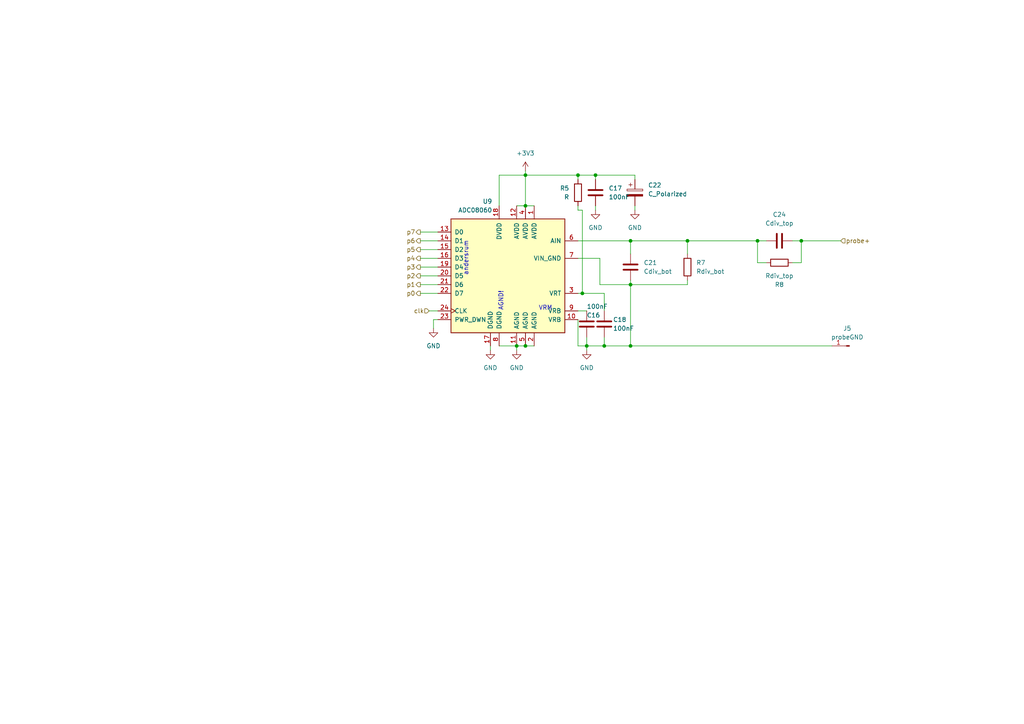
<source format=kicad_sch>
(kicad_sch (version 20211123) (generator eeschema)
  (paper "A4")
  (lib_symbols
    (symbol "Analog_ADC:ADC08060" (pin_names (offset 1.016))
      (property "Reference" "U" (at -16.51 17.78 0))
      (property "Value" "ADC08060" (at 8.89 17.78 0))
      (symbol "ADC08060_0_1"
        (rectangle (start -16.51 16.51) (end 16.51 -16.51) (stroke (width 0.254)) (fill (type background)))
      )
      (symbol "ADC08060_1_1"
        (pin power_in line (at -7.62 20.32 270) (length 3.81) (name "AVDD") (number "1"))
        (pin input line (at -20.32 -12.7 0) (length 3.81) (name "VRB") (number "10"))
        (pin power_in line (at -2.54 -20.32 90) (length 3.81) (name "AGND") (number "11"))
        (pin power_in line (at -2.54 20.32 270) (length 3.81) (name "AVDD") (number "12"))
        (pin tri_state line (at 20.32 12.7 180) (length 3.81) (name "D0") (number "13"))
        (pin tri_state line (at 20.32 10.16 180) (length 3.81) (name "D1") (number "14"))
        (pin tri_state line (at 20.32 7.62 180) (length 3.81) (name "D2") (number "15"))
        (pin tri_state line (at 20.32 5.08 180) (length 3.81) (name "D3") (number "16"))
        (pin power_in line (at 5.08 -20.32 90) (length 3.81) (name "DGND") (number "17"))
        (pin power_in line (at 2.54 20.32 270) (length 3.81) (name "DVDD") (number "18"))
        (pin tri_state line (at 20.32 2.54 180) (length 3.81) (name "D4") (number "19"))
        (pin power_in line (at -7.62 -20.32 90) (length 3.81) (name "AGND") (number "2"))
        (pin tri_state line (at 20.32 0 180) (length 3.81) (name "D5") (number "20"))
        (pin tri_state line (at 20.32 -2.54 180) (length 3.81) (name "D6") (number "21"))
        (pin tri_state line (at 20.32 -5.08 180) (length 3.81) (name "D7") (number "22"))
        (pin input line (at 20.32 -12.7 180) (length 3.81) (name "PWR_DWN") (number "23"))
        (pin input clock (at 20.32 -10.16 180) (length 3.81) (name "CLK") (number "24"))
        (pin input line (at -20.32 -5.08 0) (length 3.81) (name "VRT") (number "3"))
        (pin power_in line (at -5.08 20.32 270) (length 3.81) (name "AVDD") (number "4"))
        (pin power_in line (at -5.08 -20.32 90) (length 3.81) (name "AGND") (number "5"))
        (pin input line (at -20.32 10.16 0) (length 3.81) (name "AIN") (number "6"))
        (pin input line (at -20.32 5.08 0) (length 3.81) (name "VIN_GND") (number "7"))
        (pin power_in line (at 2.54 -20.32 90) (length 3.81) (name "DGND") (number "8"))
        (pin input line (at -20.32 -10.16 0) (length 3.81) (name "VRB") (number "9"))
      )
    )
    (symbol "Connector:Conn_01x01_Male" (pin_names (offset 1.016) hide)
      (property "Reference" "J" (at 0 2.54 0))
      (property "Value" "Conn_01x01_Male" (at 0 -2.54 0))
      (symbol "Conn_01x01_Male_1_1"
        (polyline (pts (xy 1.27 0) (xy 0.8636 0)) (stroke (width 0.1524)))
        (rectangle (start 0.8636 0.127) (end 0 -0.127) (stroke (width 0.1524)) (fill (type outline)))
        (pin passive line (at 5.08 0 180) (length 3.81) (name "Pin_1") (number "1"))
      )
    )
    (symbol "Device:C" (pin_numbers hide) (pin_names (offset 0.254))
      (property "Reference" "C" (at 0.635 2.54 0))
      (property "Value" "C" (at 0.635 -2.54 0))
      (symbol "C_0_1"
        (polyline (pts (xy -2.032 -0.762) (xy 2.032 -0.762)) (stroke (width 0.508)))
        (polyline (pts (xy -2.032 0.762) (xy 2.032 0.762)) (stroke (width 0.508)))
      )
      (symbol "C_1_1"
        (pin passive line (at 0 3.81 270) (length 2.794) (name "~") (number "1"))
        (pin passive line (at 0 -3.81 90) (length 2.794) (name "~") (number "2"))
      )
    )
    (symbol "Device:C_Polarized" (pin_numbers hide) (pin_names (offset 0.254))
      (property "Reference" "C" (at 0.635 2.54 0))
      (property "Value" "C_Polarized" (at 0.635 -2.54 0))
      (symbol "C_Polarized_0_1"
        (rectangle (start -2.286 0.508) (end 2.286 1.016))
        (polyline (pts (xy -1.778 2.286) (xy -0.762 2.286)))
        (polyline (pts (xy -1.27 2.794) (xy -1.27 1.778)))
        (rectangle (start 2.286 -0.508) (end -2.286 -1.016) (fill (type outline)))
      )
      (symbol "C_Polarized_1_1"
        (pin passive line (at 0 3.81 270) (length 2.794) (name "~") (number "1"))
        (pin passive line (at 0 -3.81 90) (length 2.794) (name "~") (number "2"))
      )
    )
    (symbol "Device:R" (pin_numbers hide) (pin_names (offset 0))
      (property "Reference" "R" (at 2.032 0 90))
      (property "Value" "R" (at 0 0 90))
      (symbol "R_0_1"
        (rectangle (start -1.016 -2.54) (end 1.016 2.54) (stroke (width 0.254)))
      )
      (symbol "R_1_1"
        (pin passive line (at 0 3.81 270) (length 1.27) (name "~") (number "1"))
        (pin passive line (at 0 -3.81 90) (length 1.27) (name "~") (number "2"))
      )
    )
    (symbol "power:+3.3V" (power) (pin_names (offset 0))
      (property "Value" "+3.3V" (at 0 3.556 0))
      (symbol "+3.3V_0_1"
        (polyline (pts (xy -0.762 1.27) (xy 0 2.54)))
        (polyline (pts (xy 0 0) (xy 0 2.54)))
        (polyline (pts (xy 0 2.54) (xy 0.762 1.27)))
      )
      (symbol "+3.3V_1_1"
        (pin power_in line (at 0 0 90) (length 0) hide (name "+3V3") (number "1"))
      )
    )
    (symbol "power:GND" (power) (pin_names (offset 0))
      (property "Value" "GND" (at 0 -3.81 0))
      (symbol "GND_0_1"
        (polyline (pts (xy 0 0) (xy 0 -1.27) (xy 1.27 -1.27) (xy 0 -2.54) (xy -1.27 -1.27) (xy 0 -1.27)))
      )
      (symbol "GND_1_1"
        (pin power_in line (at 0 0 270) (length 0) hide (name "GND") (number "1"))
      )
    )
  )
  (junction (at 232.41 69.85))
  (junction (at 168.91 85.09))
  (junction (at 152.4 59.69))
  (junction (at 182.88 69.85))
  (junction (at 167.64 50.8))
  (junction (at 170.18 100.33))
  (junction (at 182.88 100.33))
  (junction (at 175.26 100.33))
  (junction (at 172.72 50.8))
  (junction (at 152.4 100.33))
  (junction (at 152.4 50.8))
  (junction (at 182.88 82.55))
  (junction (at 199.39 69.85))
  (junction (at 149.86 100.33))
  (junction (at 219.71 69.85))
  (wire (pts (xy 127 82.55) (xy 121.92 82.55)))
  (wire (pts (xy 121.92 85.09) (xy 127 85.09)))
  (wire (pts (xy 173.99 82.55) (xy 182.88 82.55)))
  (wire (pts (xy 175.26 85.09) (xy 168.91 85.09)))
  (wire (pts (xy 152.4 49.53) (xy 152.4 50.8)))
  (wire (pts (xy 219.71 76.2) (xy 219.71 69.85)))
  (wire (pts (xy 199.39 69.85) (xy 219.71 69.85)))
  (wire (pts (xy 172.72 59.69) (xy 172.72 60.96)))
  (wire (pts (xy 170.18 90.17) (xy 167.64 90.17)))
  (wire (pts (xy 149.86 59.69) (xy 152.4 59.69)))
  (wire (pts (xy 152.4 59.69) (xy 154.94 59.69)))
  (wire (pts (xy 152.4 100.33) (xy 154.94 100.33)))
  (wire (pts (xy 232.41 69.85) (xy 243.84 69.85)))
  (wire (pts (xy 121.92 67.31) (xy 127 67.31)))
  (wire (pts (xy 229.87 69.85) (xy 232.41 69.85)))
  (wire (pts (xy 142.24 100.33) (xy 142.24 101.6)))
  (wire (pts (xy 144.78 50.8) (xy 152.4 50.8)))
  (wire (pts (xy 229.87 76.2) (xy 232.41 76.2)))
  (wire (pts (xy 175.26 90.17) (xy 175.26 85.09)))
  (wire (pts (xy 168.91 85.09) (xy 167.64 85.09)))
  (wire (pts (xy 175.26 97.79) (xy 175.26 100.33)))
  (wire (pts (xy 170.18 97.79) (xy 170.18 100.33)))
  (wire (pts (xy 167.64 74.93) (xy 173.99 74.93)))
  (wire (pts (xy 173.99 74.93) (xy 173.99 82.55)))
  (wire (pts (xy 199.39 73.66) (xy 199.39 69.85)))
  (wire (pts (xy 127 77.47) (xy 121.92 77.47)))
  (wire (pts (xy 182.88 82.55) (xy 182.88 81.28)))
  (wire (pts (xy 184.15 50.8) (xy 184.15 52.07)))
  (wire (pts (xy 149.86 101.6) (xy 149.86 100.33)))
  (wire (pts (xy 168.91 60.96) (xy 168.91 85.09)))
  (wire (pts (xy 172.72 50.8) (xy 172.72 52.07)))
  (wire (pts (xy 149.86 100.33) (xy 152.4 100.33)))
  (wire (pts (xy 167.64 92.71) (xy 167.64 100.33)))
  (wire (pts (xy 182.88 73.66) (xy 182.88 69.85)))
  (wire (pts (xy 152.4 50.8) (xy 167.64 50.8)))
  (wire (pts (xy 219.71 69.85) (xy 222.25 69.85)))
  (wire (pts (xy 172.72 50.8) (xy 184.15 50.8)))
  (wire (pts (xy 222.25 76.2) (xy 219.71 76.2)))
  (wire (pts (xy 182.88 100.33) (xy 241.3 100.33)))
  (wire (pts (xy 199.39 82.55) (xy 199.39 81.28)))
  (wire (pts (xy 170.18 100.33) (xy 175.26 100.33)))
  (wire (pts (xy 121.92 74.93) (xy 127 74.93)))
  (wire (pts (xy 167.64 50.8) (xy 172.72 50.8)))
  (wire (pts (xy 182.88 82.55) (xy 182.88 100.33)))
  (wire (pts (xy 167.64 60.96) (xy 168.91 60.96)))
  (wire (pts (xy 125.73 92.71) (xy 125.73 95.25)))
  (wire (pts (xy 127 92.71) (xy 125.73 92.71)))
  (wire (pts (xy 182.88 82.55) (xy 199.39 82.55)))
  (wire (pts (xy 182.88 69.85) (xy 199.39 69.85)))
  (wire (pts (xy 144.78 50.8) (xy 144.78 59.69)))
  (wire (pts (xy 167.64 100.33) (xy 170.18 100.33)))
  (wire (pts (xy 127 69.85) (xy 121.92 69.85)))
  (wire (pts (xy 121.92 80.01) (xy 127 80.01)))
  (wire (pts (xy 121.92 72.39) (xy 127 72.39)))
  (wire (pts (xy 152.4 50.8) (xy 152.4 59.69)))
  (wire (pts (xy 184.15 59.69) (xy 184.15 60.96)))
  (wire (pts (xy 167.64 69.85) (xy 182.88 69.85)))
  (wire (pts (xy 124.46 90.17) (xy 127 90.17)))
  (wire (pts (xy 144.78 100.33) (xy 149.86 100.33)))
  (wire (pts (xy 170.18 101.6) (xy 170.18 100.33)))
  (wire (pts (xy 175.26 100.33) (xy 182.88 100.33)))
  (wire (pts (xy 167.64 52.07) (xy 167.64 50.8)))
  (wire (pts (xy 167.64 59.69) (xy 167.64 60.96)))
  (wire (pts (xy 232.41 76.2) (xy 232.41 69.85)))
  (text "AGND!" (at 146.05 90.17 90) (effects (font (size 1.27 1.27)) (justify left bottom)))
  (text "VRM" (at 156.21 90.17 0) (effects (font (size 1.27 1.27)) (justify left bottom)))
  (text "andersrum" (at 135.89 80.01 90) (effects (font (size 1.27 1.27)) (justify left bottom)))
  (hierarchical_label "clk" (shape input) (at 124.46 90.17 180))
  (hierarchical_label "p3" (shape output) (at 121.92 77.47 180))
  (hierarchical_label "p5" (shape output) (at 121.92 72.39 180))
  (hierarchical_label "probe+" (shape input) (at 243.84 69.85 0))
  (hierarchical_label "p4" (shape output) (at 121.92 74.93 180))
  (hierarchical_label "p1" (shape output) (at 121.92 82.55 180))
  (hierarchical_label "p6" (shape output) (at 121.92 69.85 180))
  (hierarchical_label "p0" (shape output) (at 121.92 85.09 180))
  (hierarchical_label "p2" (shape output) (at 121.92 80.01 180))
  (hierarchical_label "p7" (shape output) (at 121.92 67.31 180))
  (symbol (lib_id "Device:C") (at 170.18 93.98 0)
    (property "Reference" "C16" (at 170.18 91.44 0) (effects (justify left)))
    (property "Value" "100nF" (at 170.18 88.9 0) (effects (justify left)))
    (property "Footprint" "customStuff:universalMixed" (effects hide))
  )
  (symbol (lib_id "power:GND") (at 172.72 60.96 0)
    (property "Reference" "#PWR0153" (effects hide))
    (property "Value" "GND" (at 172.72 66.04 0))
  )
  (symbol (lib_id "power:GND") (at 125.73 95.25 0)
    (property "Reference" "#PWR0145" (effects hide))
    (property "Value" "GND" (at 125.73 100.33 0))
  )
  (symbol (lib_id "power:GND") (at 170.18 101.6 0)
    (property "Reference" "#PWR0142" (effects hide))
    (property "Value" "GND" (at 170.18 106.68 0))
  )
  (symbol (lib_id "Analog_ADC:ADC08060") (at 147.32 80.01 0) (mirror y)
    (property "Reference" "U9" (at 142.7606 58.42 0) (effects (justify left)))
    (property "Value" "ADC08060" (at 142.7606 60.96 0) (effects (justify left)))
    (property "Footprint" "customStuff:TSSOP-24 hand solder" (effects hide))
    (property "Datasheet" "http://www.ti.com/lit/ds/symlink/adc08060.pdf" (effects hide))
  )
  (symbol (lib_id "Device:C") (at 226.06 69.85 270)
    (property "Reference" "C24" (at 226.06 62.23 90))
    (property "Value" "Cdiv_top" (at 226.06 64.77 90))
    (property "Footprint" "customStuff:universalMixed" (effects hide))
  )
  (symbol (lib_id "Device:C") (at 182.88 77.47 0)
    (property "Reference" "C21" (at 186.69 76.1999 0) (effects (justify left)))
    (property "Value" "Cdiv_bot" (at 186.69 78.7399 0) (effects (justify left)))
    (property "Footprint" "customStuff:universalMixed" (effects hide))
  )
  (symbol (lib_id "power:GND") (at 184.15 60.96 0)
    (property "Reference" "#PWR0154" (effects hide))
    (property "Value" "GND" (at 184.15 66.04 0))
  )
  (symbol (lib_id "Connector:Conn_01x01_Male") (at 246.38 100.33 180)
    (property "Reference" "J5" (at 245.745 95.25 0))
    (property "Value" "probeGND" (at 245.745 97.79 0))
    (property "Footprint" "Connector_Wire:SolderWire-0.5sqmm_1x01_D0.9mm_OD2.1mm_Relief" (effects hide))
  )
  (symbol (lib_id "power:+3.3V") (at 152.4 49.53 0)
    (property "Reference" "#PWR0152" (effects hide))
    (property "Value" "+3.3V" (at 152.4 44.45 0))
  )
  (symbol (lib_id "Device:R") (at 226.06 76.2 270) (mirror x)
    (property "Reference" "R8" (at 226.06 82.55 90))
    (property "Value" "Rdiv_top" (at 226.06 80.01 90))
    (property "Footprint" "customStuff:universalMixedLong" (effects hide))
  )
  (symbol (lib_id "Device:R") (at 199.39 77.47 0)
    (property "Reference" "R7" (at 201.93 76.1999 0) (effects (justify left)))
    (property "Value" "Rdiv_bot" (at 201.93 78.7399 0) (effects (justify left)))
    (property "Footprint" "customStuff:universalMixedLong" (effects hide))
  )
  (symbol (lib_id "power:GND") (at 142.24 101.6 0)
    (property "Reference" "#PWR0146" (effects hide))
    (property "Value" "GND" (at 142.24 106.68 0))
  )
  (symbol (lib_id "power:GND") (at 149.86 101.6 0)
    (property "Reference" "#PWR0147" (effects hide))
    (property "Value" "GND" (at 149.86 106.68 0))
  )
  (symbol (lib_id "Device:R") (at 167.64 55.88 0) (mirror x)
    (property "Reference" "R5" (at 165.1 54.6099 0) (effects (justify right)))
    (property "Value" "R" (at 165.1 57.1499 0) (effects (justify right)))
    (property "Footprint" "customStuff:universalMixedLong" (effects hide))
  )
  (symbol (lib_id "Device:C") (at 172.72 55.88 0)
    (property "Reference" "C17" (at 176.53 54.6099 0) (effects (justify left)))
    (property "Value" "100nF" (at 176.53 57.1499 0) (effects (justify left)))
    (property "Footprint" "customStuff:universalMixed" (effects hide))
  )
  (symbol (lib_id "Device:C_Polarized") (at 184.15 55.88 0)
    (property "Reference" "C22" (at 187.96 53.7209 0) (effects (justify left)))
    (property "Value" "C_Polarized" (at 187.96 56.2609 0) (effects (justify left)))
    (property "Footprint" "customStuff:universalMixedElectrolyticCap" (effects hide))
  )
  (symbol (lib_id "Device:C") (at 175.26 93.98 0)
    (property "Reference" "C18" (at 177.8 92.71 0) (effects (justify left)))
    (property "Value" "100nF" (at 177.8 95.25 0) (effects (justify left)))
    (property "Footprint" "customStuff:universalMixed" (effects hide))
  )
)
</source>
